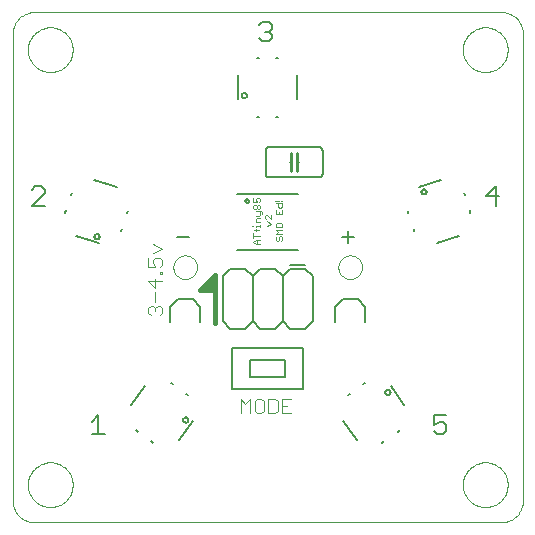
<source format=gto>
G75*
G70*
%OFA0B0*%
%FSLAX24Y24*%
%IPPOS*%
%LPD*%
%AMOC8*
5,1,8,0,0,1.08239X$1,22.5*
%
%ADD10C,0.0000*%
%ADD11C,0.0020*%
%ADD12C,0.0040*%
%ADD13C,0.0060*%
%ADD14C,0.0160*%
%ADD15C,0.0080*%
%ADD16C,0.0070*%
%ADD17C,0.0100*%
%ADD18C,0.0050*%
D10*
X000150Y000857D02*
X000150Y016443D01*
X000152Y016493D01*
X000157Y016544D01*
X000166Y016593D01*
X000179Y016642D01*
X000195Y016690D01*
X000214Y016737D01*
X000236Y016782D01*
X000262Y016825D01*
X000291Y016867D01*
X000323Y016906D01*
X000357Y016943D01*
X000394Y016977D01*
X000433Y017009D01*
X000475Y017038D01*
X000518Y017064D01*
X000563Y017086D01*
X000610Y017105D01*
X000658Y017121D01*
X000707Y017134D01*
X000756Y017143D01*
X000807Y017148D01*
X000857Y017150D01*
X016443Y017150D01*
X016493Y017148D01*
X016544Y017143D01*
X016593Y017134D01*
X016642Y017121D01*
X016690Y017105D01*
X016737Y017086D01*
X016782Y017064D01*
X016825Y017038D01*
X016867Y017009D01*
X016906Y016977D01*
X016943Y016943D01*
X016977Y016906D01*
X017009Y016867D01*
X017038Y016825D01*
X017064Y016782D01*
X017086Y016737D01*
X017105Y016690D01*
X017121Y016642D01*
X017134Y016593D01*
X017143Y016544D01*
X017148Y016493D01*
X017150Y016443D01*
X017150Y000857D01*
X017148Y000807D01*
X017143Y000756D01*
X017134Y000707D01*
X017121Y000658D01*
X017105Y000610D01*
X017086Y000563D01*
X017064Y000518D01*
X017038Y000475D01*
X017009Y000433D01*
X016977Y000394D01*
X016943Y000357D01*
X016906Y000323D01*
X016867Y000291D01*
X016825Y000262D01*
X016782Y000236D01*
X016737Y000214D01*
X016690Y000195D01*
X016642Y000179D01*
X016593Y000166D01*
X016544Y000157D01*
X016493Y000152D01*
X016443Y000150D01*
X000857Y000150D01*
X000807Y000152D01*
X000756Y000157D01*
X000707Y000166D01*
X000658Y000179D01*
X000610Y000195D01*
X000563Y000214D01*
X000518Y000236D01*
X000475Y000262D01*
X000433Y000291D01*
X000394Y000323D01*
X000357Y000357D01*
X000323Y000394D01*
X000291Y000433D01*
X000262Y000475D01*
X000236Y000518D01*
X000214Y000563D01*
X000195Y000610D01*
X000179Y000658D01*
X000166Y000707D01*
X000157Y000756D01*
X000152Y000807D01*
X000150Y000857D01*
X000652Y001400D02*
X000654Y001455D01*
X000660Y001509D01*
X000670Y001563D01*
X000684Y001615D01*
X000701Y001667D01*
X000723Y001717D01*
X000748Y001766D01*
X000776Y001813D01*
X000808Y001857D01*
X000843Y001899D01*
X000881Y001938D01*
X000922Y001975D01*
X000965Y002008D01*
X001010Y002038D01*
X001058Y002065D01*
X001107Y002088D01*
X001158Y002108D01*
X001211Y002124D01*
X001264Y002136D01*
X001318Y002144D01*
X001373Y002148D01*
X001427Y002148D01*
X001482Y002144D01*
X001536Y002136D01*
X001589Y002124D01*
X001642Y002108D01*
X001693Y002088D01*
X001742Y002065D01*
X001790Y002038D01*
X001835Y002008D01*
X001878Y001975D01*
X001919Y001938D01*
X001957Y001899D01*
X001992Y001857D01*
X002024Y001813D01*
X002052Y001766D01*
X002077Y001717D01*
X002099Y001667D01*
X002116Y001615D01*
X002130Y001563D01*
X002140Y001509D01*
X002146Y001455D01*
X002148Y001400D01*
X002146Y001345D01*
X002140Y001291D01*
X002130Y001237D01*
X002116Y001185D01*
X002099Y001133D01*
X002077Y001083D01*
X002052Y001034D01*
X002024Y000987D01*
X001992Y000943D01*
X001957Y000901D01*
X001919Y000862D01*
X001878Y000825D01*
X001835Y000792D01*
X001790Y000762D01*
X001742Y000735D01*
X001693Y000712D01*
X001642Y000692D01*
X001589Y000676D01*
X001536Y000664D01*
X001482Y000656D01*
X001427Y000652D01*
X001373Y000652D01*
X001318Y000656D01*
X001264Y000664D01*
X001211Y000676D01*
X001158Y000692D01*
X001107Y000712D01*
X001058Y000735D01*
X001010Y000762D01*
X000965Y000792D01*
X000922Y000825D01*
X000881Y000862D01*
X000843Y000901D01*
X000808Y000943D01*
X000776Y000987D01*
X000748Y001034D01*
X000723Y001083D01*
X000701Y001133D01*
X000684Y001185D01*
X000670Y001237D01*
X000660Y001291D01*
X000654Y001345D01*
X000652Y001400D01*
X005506Y008650D02*
X005508Y008689D01*
X005514Y008728D01*
X005524Y008766D01*
X005537Y008803D01*
X005554Y008838D01*
X005574Y008872D01*
X005598Y008903D01*
X005625Y008932D01*
X005654Y008958D01*
X005686Y008981D01*
X005720Y009001D01*
X005756Y009017D01*
X005793Y009029D01*
X005832Y009038D01*
X005871Y009043D01*
X005910Y009044D01*
X005949Y009041D01*
X005988Y009034D01*
X006025Y009023D01*
X006062Y009009D01*
X006097Y008991D01*
X006130Y008970D01*
X006161Y008945D01*
X006189Y008918D01*
X006214Y008888D01*
X006236Y008855D01*
X006255Y008821D01*
X006270Y008785D01*
X006282Y008747D01*
X006290Y008709D01*
X006294Y008670D01*
X006294Y008630D01*
X006290Y008591D01*
X006282Y008553D01*
X006270Y008515D01*
X006255Y008479D01*
X006236Y008445D01*
X006214Y008412D01*
X006189Y008382D01*
X006161Y008355D01*
X006130Y008330D01*
X006097Y008309D01*
X006062Y008291D01*
X006025Y008277D01*
X005988Y008266D01*
X005949Y008259D01*
X005910Y008256D01*
X005871Y008257D01*
X005832Y008262D01*
X005793Y008271D01*
X005756Y008283D01*
X005720Y008299D01*
X005686Y008319D01*
X005654Y008342D01*
X005625Y008368D01*
X005598Y008397D01*
X005574Y008428D01*
X005554Y008462D01*
X005537Y008497D01*
X005524Y008534D01*
X005514Y008572D01*
X005508Y008611D01*
X005506Y008650D01*
X011006Y008650D02*
X011008Y008689D01*
X011014Y008728D01*
X011024Y008766D01*
X011037Y008803D01*
X011054Y008838D01*
X011074Y008872D01*
X011098Y008903D01*
X011125Y008932D01*
X011154Y008958D01*
X011186Y008981D01*
X011220Y009001D01*
X011256Y009017D01*
X011293Y009029D01*
X011332Y009038D01*
X011371Y009043D01*
X011410Y009044D01*
X011449Y009041D01*
X011488Y009034D01*
X011525Y009023D01*
X011562Y009009D01*
X011597Y008991D01*
X011630Y008970D01*
X011661Y008945D01*
X011689Y008918D01*
X011714Y008888D01*
X011736Y008855D01*
X011755Y008821D01*
X011770Y008785D01*
X011782Y008747D01*
X011790Y008709D01*
X011794Y008670D01*
X011794Y008630D01*
X011790Y008591D01*
X011782Y008553D01*
X011770Y008515D01*
X011755Y008479D01*
X011736Y008445D01*
X011714Y008412D01*
X011689Y008382D01*
X011661Y008355D01*
X011630Y008330D01*
X011597Y008309D01*
X011562Y008291D01*
X011525Y008277D01*
X011488Y008266D01*
X011449Y008259D01*
X011410Y008256D01*
X011371Y008257D01*
X011332Y008262D01*
X011293Y008271D01*
X011256Y008283D01*
X011220Y008299D01*
X011186Y008319D01*
X011154Y008342D01*
X011125Y008368D01*
X011098Y008397D01*
X011074Y008428D01*
X011054Y008462D01*
X011037Y008497D01*
X011024Y008534D01*
X011014Y008572D01*
X011008Y008611D01*
X011006Y008650D01*
X015152Y015900D02*
X015154Y015955D01*
X015160Y016009D01*
X015170Y016063D01*
X015184Y016115D01*
X015201Y016167D01*
X015223Y016217D01*
X015248Y016266D01*
X015276Y016313D01*
X015308Y016357D01*
X015343Y016399D01*
X015381Y016438D01*
X015422Y016475D01*
X015465Y016508D01*
X015510Y016538D01*
X015558Y016565D01*
X015607Y016588D01*
X015658Y016608D01*
X015711Y016624D01*
X015764Y016636D01*
X015818Y016644D01*
X015873Y016648D01*
X015927Y016648D01*
X015982Y016644D01*
X016036Y016636D01*
X016089Y016624D01*
X016142Y016608D01*
X016193Y016588D01*
X016242Y016565D01*
X016290Y016538D01*
X016335Y016508D01*
X016378Y016475D01*
X016419Y016438D01*
X016457Y016399D01*
X016492Y016357D01*
X016524Y016313D01*
X016552Y016266D01*
X016577Y016217D01*
X016599Y016167D01*
X016616Y016115D01*
X016630Y016063D01*
X016640Y016009D01*
X016646Y015955D01*
X016648Y015900D01*
X016646Y015845D01*
X016640Y015791D01*
X016630Y015737D01*
X016616Y015685D01*
X016599Y015633D01*
X016577Y015583D01*
X016552Y015534D01*
X016524Y015487D01*
X016492Y015443D01*
X016457Y015401D01*
X016419Y015362D01*
X016378Y015325D01*
X016335Y015292D01*
X016290Y015262D01*
X016242Y015235D01*
X016193Y015212D01*
X016142Y015192D01*
X016089Y015176D01*
X016036Y015164D01*
X015982Y015156D01*
X015927Y015152D01*
X015873Y015152D01*
X015818Y015156D01*
X015764Y015164D01*
X015711Y015176D01*
X015658Y015192D01*
X015607Y015212D01*
X015558Y015235D01*
X015510Y015262D01*
X015465Y015292D01*
X015422Y015325D01*
X015381Y015362D01*
X015343Y015401D01*
X015308Y015443D01*
X015276Y015487D01*
X015248Y015534D01*
X015223Y015583D01*
X015201Y015633D01*
X015184Y015685D01*
X015170Y015737D01*
X015160Y015791D01*
X015154Y015845D01*
X015152Y015900D01*
X000652Y015900D02*
X000654Y015955D01*
X000660Y016009D01*
X000670Y016063D01*
X000684Y016115D01*
X000701Y016167D01*
X000723Y016217D01*
X000748Y016266D01*
X000776Y016313D01*
X000808Y016357D01*
X000843Y016399D01*
X000881Y016438D01*
X000922Y016475D01*
X000965Y016508D01*
X001010Y016538D01*
X001058Y016565D01*
X001107Y016588D01*
X001158Y016608D01*
X001211Y016624D01*
X001264Y016636D01*
X001318Y016644D01*
X001373Y016648D01*
X001427Y016648D01*
X001482Y016644D01*
X001536Y016636D01*
X001589Y016624D01*
X001642Y016608D01*
X001693Y016588D01*
X001742Y016565D01*
X001790Y016538D01*
X001835Y016508D01*
X001878Y016475D01*
X001919Y016438D01*
X001957Y016399D01*
X001992Y016357D01*
X002024Y016313D01*
X002052Y016266D01*
X002077Y016217D01*
X002099Y016167D01*
X002116Y016115D01*
X002130Y016063D01*
X002140Y016009D01*
X002146Y015955D01*
X002148Y015900D01*
X002146Y015845D01*
X002140Y015791D01*
X002130Y015737D01*
X002116Y015685D01*
X002099Y015633D01*
X002077Y015583D01*
X002052Y015534D01*
X002024Y015487D01*
X001992Y015443D01*
X001957Y015401D01*
X001919Y015362D01*
X001878Y015325D01*
X001835Y015292D01*
X001790Y015262D01*
X001742Y015235D01*
X001693Y015212D01*
X001642Y015192D01*
X001589Y015176D01*
X001536Y015164D01*
X001482Y015156D01*
X001427Y015152D01*
X001373Y015152D01*
X001318Y015156D01*
X001264Y015164D01*
X001211Y015176D01*
X001158Y015192D01*
X001107Y015212D01*
X001058Y015235D01*
X001010Y015262D01*
X000965Y015292D01*
X000922Y015325D01*
X000881Y015362D01*
X000843Y015401D01*
X000808Y015443D01*
X000776Y015487D01*
X000748Y015534D01*
X000723Y015583D01*
X000701Y015633D01*
X000684Y015685D01*
X000670Y015737D01*
X000660Y015791D01*
X000654Y015845D01*
X000652Y015900D01*
X015152Y001400D02*
X015154Y001455D01*
X015160Y001509D01*
X015170Y001563D01*
X015184Y001615D01*
X015201Y001667D01*
X015223Y001717D01*
X015248Y001766D01*
X015276Y001813D01*
X015308Y001857D01*
X015343Y001899D01*
X015381Y001938D01*
X015422Y001975D01*
X015465Y002008D01*
X015510Y002038D01*
X015558Y002065D01*
X015607Y002088D01*
X015658Y002108D01*
X015711Y002124D01*
X015764Y002136D01*
X015818Y002144D01*
X015873Y002148D01*
X015927Y002148D01*
X015982Y002144D01*
X016036Y002136D01*
X016089Y002124D01*
X016142Y002108D01*
X016193Y002088D01*
X016242Y002065D01*
X016290Y002038D01*
X016335Y002008D01*
X016378Y001975D01*
X016419Y001938D01*
X016457Y001899D01*
X016492Y001857D01*
X016524Y001813D01*
X016552Y001766D01*
X016577Y001717D01*
X016599Y001667D01*
X016616Y001615D01*
X016630Y001563D01*
X016640Y001509D01*
X016646Y001455D01*
X016648Y001400D01*
X016646Y001345D01*
X016640Y001291D01*
X016630Y001237D01*
X016616Y001185D01*
X016599Y001133D01*
X016577Y001083D01*
X016552Y001034D01*
X016524Y000987D01*
X016492Y000943D01*
X016457Y000901D01*
X016419Y000862D01*
X016378Y000825D01*
X016335Y000792D01*
X016290Y000762D01*
X016242Y000735D01*
X016193Y000712D01*
X016142Y000692D01*
X016089Y000676D01*
X016036Y000664D01*
X015982Y000656D01*
X015927Y000652D01*
X015873Y000652D01*
X015818Y000656D01*
X015764Y000664D01*
X015711Y000676D01*
X015658Y000692D01*
X015607Y000712D01*
X015558Y000735D01*
X015510Y000762D01*
X015465Y000792D01*
X015422Y000825D01*
X015381Y000862D01*
X015343Y000901D01*
X015308Y000943D01*
X015276Y000987D01*
X015248Y001034D01*
X015223Y001083D01*
X015201Y001133D01*
X015184Y001185D01*
X015170Y001237D01*
X015160Y001291D01*
X015154Y001345D01*
X015152Y001400D01*
D11*
X008390Y009410D02*
X008243Y009410D01*
X008170Y009483D01*
X008243Y009557D01*
X008390Y009557D01*
X008280Y009557D02*
X008280Y009410D01*
X008170Y009631D02*
X008170Y009778D01*
X008170Y009704D02*
X008390Y009704D01*
X008353Y009889D02*
X008207Y009889D01*
X008243Y009925D02*
X008243Y009852D01*
X008353Y009889D02*
X008390Y009925D01*
X008390Y009999D02*
X008390Y010073D01*
X008390Y010036D02*
X008243Y010036D01*
X008243Y009999D01*
X008170Y010036D02*
X008133Y010036D01*
X008243Y010147D02*
X008243Y010257D01*
X008280Y010293D01*
X008390Y010293D01*
X008353Y010368D02*
X008390Y010404D01*
X008390Y010514D01*
X008427Y010514D02*
X008463Y010478D01*
X008463Y010441D01*
X008427Y010514D02*
X008243Y010514D01*
X008243Y010589D02*
X008207Y010589D01*
X008170Y010625D01*
X008170Y010699D01*
X008207Y010735D01*
X008243Y010735D01*
X008280Y010699D01*
X008280Y010625D01*
X008243Y010589D01*
X008280Y010625D02*
X008317Y010589D01*
X008353Y010589D01*
X008390Y010625D01*
X008390Y010699D01*
X008353Y010735D01*
X008317Y010735D01*
X008280Y010699D01*
X008280Y010810D02*
X008243Y010883D01*
X008243Y010920D01*
X008280Y010956D01*
X008353Y010956D01*
X008390Y010920D01*
X008390Y010846D01*
X008353Y010810D01*
X008280Y010810D02*
X008170Y010810D01*
X008170Y010956D01*
X008582Y010403D02*
X008545Y010366D01*
X008545Y010293D01*
X008582Y010256D01*
X008618Y010182D02*
X008765Y010108D01*
X008618Y010035D01*
X008390Y010147D02*
X008243Y010147D01*
X008243Y010368D02*
X008353Y010368D01*
X008582Y010403D02*
X008618Y010403D01*
X008765Y010256D01*
X008765Y010403D01*
X008920Y010419D02*
X008920Y010566D01*
X009030Y010492D02*
X009030Y010419D01*
X009140Y010419D02*
X009140Y010566D01*
X009103Y010640D02*
X009030Y010640D01*
X008993Y010677D01*
X008993Y010787D01*
X008920Y010787D02*
X009140Y010787D01*
X009140Y010677D01*
X009103Y010640D01*
X009103Y010861D02*
X009140Y010861D01*
X009030Y010861D02*
X008883Y010861D01*
X008920Y010419D02*
X009140Y010419D01*
X009103Y010124D02*
X008957Y010124D01*
X008920Y010087D01*
X008920Y009977D01*
X009140Y009977D01*
X009140Y010087D01*
X009103Y010124D01*
X009140Y009903D02*
X008920Y009903D01*
X008993Y009829D01*
X008920Y009756D01*
X009140Y009756D01*
X009103Y009682D02*
X009140Y009645D01*
X009140Y009572D01*
X009103Y009535D01*
X009030Y009572D02*
X009030Y009645D01*
X009067Y009682D01*
X009103Y009682D01*
X009030Y009572D02*
X008993Y009535D01*
X008957Y009535D01*
X008920Y009572D01*
X008920Y009645D01*
X008957Y009682D01*
D12*
X005130Y009270D02*
X004823Y009424D01*
X004823Y009117D02*
X005130Y009270D01*
X005053Y008963D02*
X004900Y008963D01*
X004823Y008887D01*
X004823Y008810D01*
X004900Y008656D01*
X004670Y008656D01*
X004670Y008963D01*
X005053Y008963D02*
X005130Y008887D01*
X005130Y008733D01*
X005053Y008656D01*
X005053Y008503D02*
X005130Y008503D01*
X005130Y008426D01*
X005053Y008426D01*
X005053Y008503D01*
X004900Y008273D02*
X004900Y007966D01*
X004670Y008196D01*
X005130Y008196D01*
X004900Y007812D02*
X004900Y007505D01*
X004977Y007352D02*
X005053Y007352D01*
X005130Y007275D01*
X005130Y007122D01*
X005053Y007045D01*
X004900Y007198D02*
X004900Y007275D01*
X004977Y007352D01*
X004900Y007275D02*
X004823Y007352D01*
X004746Y007352D01*
X004670Y007275D01*
X004670Y007122D01*
X004746Y007045D01*
X007749Y004255D02*
X007903Y004102D01*
X008056Y004255D01*
X008056Y003795D01*
X008210Y003872D02*
X008286Y003795D01*
X008440Y003795D01*
X008517Y003872D01*
X008517Y004179D01*
X008440Y004255D01*
X008286Y004255D01*
X008210Y004179D01*
X008210Y003872D01*
X008670Y003795D02*
X008900Y003795D01*
X008977Y003872D01*
X008977Y004179D01*
X008900Y004255D01*
X008670Y004255D01*
X008670Y003795D01*
X009130Y003795D02*
X009437Y003795D01*
X009284Y004025D02*
X009130Y004025D01*
X009130Y004255D02*
X009130Y003795D01*
X009130Y004255D02*
X009437Y004255D01*
X007749Y004255D02*
X007749Y003795D01*
D13*
X003212Y003080D02*
X002785Y003080D01*
X002999Y003080D02*
X002999Y003721D01*
X002785Y003507D01*
X007640Y009220D02*
X009650Y009220D01*
X009650Y011080D02*
X007640Y011080D01*
X008575Y011750D02*
X008575Y012550D01*
X008577Y012567D01*
X008581Y012584D01*
X008588Y012600D01*
X008598Y012614D01*
X008611Y012627D01*
X008625Y012637D01*
X008641Y012644D01*
X008658Y012648D01*
X008675Y012650D01*
X010375Y012650D01*
X010392Y012648D01*
X010409Y012644D01*
X010425Y012637D01*
X010439Y012627D01*
X010452Y012614D01*
X010462Y012600D01*
X010469Y012584D01*
X010473Y012567D01*
X010475Y012550D01*
X010475Y011750D01*
X010473Y011733D01*
X010469Y011716D01*
X010462Y011700D01*
X010452Y011686D01*
X010439Y011673D01*
X010425Y011663D01*
X010409Y011656D01*
X010392Y011652D01*
X010375Y011650D01*
X008675Y011650D01*
X008658Y011652D01*
X008641Y011656D01*
X008625Y011663D01*
X008611Y011673D01*
X008598Y011686D01*
X008588Y011700D01*
X008581Y011716D01*
X008577Y011733D01*
X008575Y011750D01*
X009375Y012150D02*
X009425Y012150D01*
X009625Y012150D02*
X009675Y012150D01*
X008678Y016180D02*
X008464Y016180D01*
X008358Y016287D01*
X008571Y016500D02*
X008678Y016500D01*
X008785Y016394D01*
X008785Y016287D01*
X008678Y016180D01*
X008678Y016500D02*
X008785Y016607D01*
X008785Y016714D01*
X008678Y016821D01*
X008464Y016821D01*
X008358Y016714D01*
X001212Y011239D02*
X001106Y011346D01*
X000892Y011346D01*
X000785Y011239D01*
X001212Y011239D02*
X001212Y011132D01*
X000785Y010705D01*
X001212Y010705D01*
X014180Y003721D02*
X014180Y003400D01*
X014394Y003507D01*
X014500Y003507D01*
X014607Y003400D01*
X014607Y003187D01*
X014500Y003080D01*
X014287Y003080D01*
X014180Y003187D01*
X014180Y003721D02*
X014607Y003721D01*
X016250Y010705D02*
X016250Y011346D01*
X015930Y011025D01*
X016357Y011025D01*
D14*
X006900Y008400D02*
X006900Y007900D01*
X006650Y008025D01*
X006775Y008150D01*
X006775Y008025D01*
X006900Y007900D02*
X006400Y007900D01*
X006900Y008400D01*
X006900Y007900D02*
X006900Y006775D01*
D15*
X007150Y006850D02*
X007150Y008350D01*
X007400Y008600D01*
X007900Y008600D01*
X008150Y008350D01*
X008150Y006850D01*
X007900Y006600D01*
X007400Y006600D01*
X007150Y006850D01*
X006400Y006838D02*
X006400Y007338D01*
X006150Y007588D01*
X005650Y007588D01*
X005400Y007338D01*
X005400Y006838D01*
X008150Y006850D02*
X008400Y006600D01*
X008900Y006600D01*
X009150Y006850D01*
X009150Y008350D01*
X008900Y008600D01*
X008400Y008600D01*
X008150Y008350D01*
X009150Y008350D02*
X009400Y008600D01*
X009900Y008600D01*
X010150Y008350D01*
X010150Y006850D01*
X009900Y006600D01*
X009400Y006600D01*
X009150Y006850D01*
X010900Y006838D02*
X010900Y007338D01*
X011150Y007588D01*
X011650Y007588D01*
X011900Y007338D01*
X011900Y006838D01*
X009900Y008732D02*
X009400Y008732D01*
X007903Y010860D02*
X007905Y010875D01*
X007911Y010888D01*
X007920Y010900D01*
X007931Y010909D01*
X007945Y010915D01*
X007960Y010917D01*
X007975Y010915D01*
X007988Y010909D01*
X008000Y010900D01*
X008009Y010889D01*
X008015Y010875D01*
X008017Y010860D01*
X008015Y010845D01*
X008009Y010832D01*
X008000Y010820D01*
X007989Y010811D01*
X007975Y010805D01*
X007960Y010803D01*
X007945Y010805D01*
X007932Y010811D01*
X007920Y010820D01*
X007911Y010831D01*
X007905Y010845D01*
X007903Y010860D01*
D16*
X006025Y009650D02*
X005631Y009650D01*
X011131Y009650D02*
X011525Y009650D01*
X011328Y009847D02*
X011328Y009453D01*
D17*
X009625Y011850D02*
X009625Y012150D01*
X009625Y012450D01*
X009425Y012450D02*
X009425Y012150D01*
X009425Y011850D01*
D18*
X009004Y013666D02*
X008926Y013666D01*
X008374Y013666D02*
X008296Y013666D01*
X007666Y014256D02*
X007666Y015044D01*
X007775Y014374D02*
X007777Y014392D01*
X007783Y014410D01*
X007792Y014426D01*
X007804Y014439D01*
X007819Y014450D01*
X007836Y014458D01*
X007854Y014462D01*
X007872Y014462D01*
X007890Y014458D01*
X007907Y014450D01*
X007922Y014439D01*
X007934Y014426D01*
X007943Y014410D01*
X007949Y014392D01*
X007951Y014374D01*
X007949Y014356D01*
X007943Y014338D01*
X007934Y014322D01*
X007922Y014309D01*
X007907Y014298D01*
X007890Y014290D01*
X007872Y014286D01*
X007854Y014286D01*
X007836Y014290D01*
X007819Y014298D01*
X007804Y014309D01*
X007792Y014322D01*
X007783Y014338D01*
X007777Y014356D01*
X007775Y014374D01*
X008296Y015634D02*
X008374Y015634D01*
X008926Y015634D02*
X009004Y015634D01*
X009634Y015044D02*
X009634Y014256D01*
X013314Y010533D02*
X013339Y010458D01*
X013509Y009934D02*
X013533Y009859D01*
X014290Y009442D02*
X015039Y009686D01*
X015406Y010467D02*
X015381Y010542D01*
X015211Y011066D02*
X015187Y011141D01*
X014430Y011558D02*
X013681Y011314D01*
X013767Y011164D02*
X013769Y011182D01*
X013775Y011200D01*
X013784Y011216D01*
X013796Y011229D01*
X013811Y011240D01*
X013828Y011248D01*
X013846Y011252D01*
X013864Y011252D01*
X013882Y011248D01*
X013899Y011240D01*
X013914Y011229D01*
X013926Y011216D01*
X013935Y011200D01*
X013941Y011182D01*
X013943Y011164D01*
X013941Y011146D01*
X013935Y011128D01*
X013926Y011112D01*
X013914Y011099D01*
X013899Y011088D01*
X013882Y011080D01*
X013864Y011076D01*
X013846Y011076D01*
X013828Y011080D01*
X013811Y011088D01*
X013796Y011099D01*
X013784Y011112D01*
X013775Y011128D01*
X013769Y011146D01*
X013767Y011164D01*
X009831Y005964D02*
X007469Y005964D01*
X007469Y004586D01*
X009831Y004586D01*
X009831Y005964D01*
X009241Y005570D02*
X009241Y004980D01*
X008059Y004980D01*
X008059Y005570D01*
X009241Y005570D01*
X011315Y004388D02*
X011379Y004434D01*
X011824Y004758D02*
X011888Y004805D01*
X012567Y004486D02*
X012569Y004504D01*
X012575Y004522D01*
X012584Y004538D01*
X012596Y004551D01*
X012611Y004562D01*
X012628Y004570D01*
X012646Y004574D01*
X012664Y004574D01*
X012682Y004570D01*
X012699Y004562D01*
X012714Y004551D01*
X012726Y004538D01*
X012735Y004522D01*
X012741Y004504D01*
X012743Y004486D01*
X012741Y004468D01*
X012735Y004450D01*
X012726Y004434D01*
X012714Y004421D01*
X012699Y004410D01*
X012682Y004402D01*
X012664Y004398D01*
X012646Y004398D01*
X012628Y004402D01*
X012611Y004410D01*
X012596Y004421D01*
X012584Y004434D01*
X012575Y004450D01*
X012569Y004468D01*
X012567Y004486D01*
X012745Y004697D02*
X013208Y004060D01*
X013045Y003212D02*
X012981Y003166D01*
X012536Y002842D02*
X012472Y002795D01*
X011615Y002903D02*
X011152Y003540D01*
X006148Y003540D02*
X005685Y002903D01*
X005831Y003560D02*
X005833Y003578D01*
X005839Y003596D01*
X005848Y003612D01*
X005860Y003625D01*
X005875Y003636D01*
X005892Y003644D01*
X005910Y003648D01*
X005928Y003648D01*
X005946Y003644D01*
X005963Y003636D01*
X005978Y003625D01*
X005990Y003612D01*
X005999Y003596D01*
X006005Y003578D01*
X006007Y003560D01*
X006005Y003542D01*
X005999Y003524D01*
X005990Y003508D01*
X005978Y003495D01*
X005963Y003484D01*
X005946Y003476D01*
X005928Y003472D01*
X005910Y003472D01*
X005892Y003476D01*
X005875Y003484D01*
X005860Y003495D01*
X005848Y003508D01*
X005839Y003524D01*
X005833Y003542D01*
X005831Y003560D01*
X005985Y004388D02*
X005921Y004434D01*
X005476Y004758D02*
X005412Y004805D01*
X004555Y004697D02*
X004092Y004060D01*
X004255Y003212D02*
X004319Y003166D01*
X004764Y002842D02*
X004828Y002795D01*
X003010Y009442D02*
X002261Y009686D01*
X002871Y009666D02*
X002873Y009684D01*
X002879Y009702D01*
X002888Y009718D01*
X002900Y009731D01*
X002915Y009742D01*
X002932Y009750D01*
X002950Y009754D01*
X002968Y009754D01*
X002986Y009750D01*
X003003Y009742D01*
X003018Y009731D01*
X003030Y009718D01*
X003039Y009702D01*
X003045Y009684D01*
X003047Y009666D01*
X003045Y009648D01*
X003039Y009630D01*
X003030Y009614D01*
X003018Y009601D01*
X003003Y009590D01*
X002986Y009582D01*
X002968Y009578D01*
X002950Y009578D01*
X002932Y009582D01*
X002915Y009590D01*
X002900Y009601D01*
X002888Y009614D01*
X002879Y009630D01*
X002873Y009648D01*
X002871Y009666D01*
X003767Y009859D02*
X003791Y009934D01*
X003961Y010458D02*
X003986Y010533D01*
X003619Y011314D02*
X002870Y011558D01*
X002113Y011141D02*
X002089Y011066D01*
X001919Y010542D02*
X001894Y010467D01*
M02*

</source>
